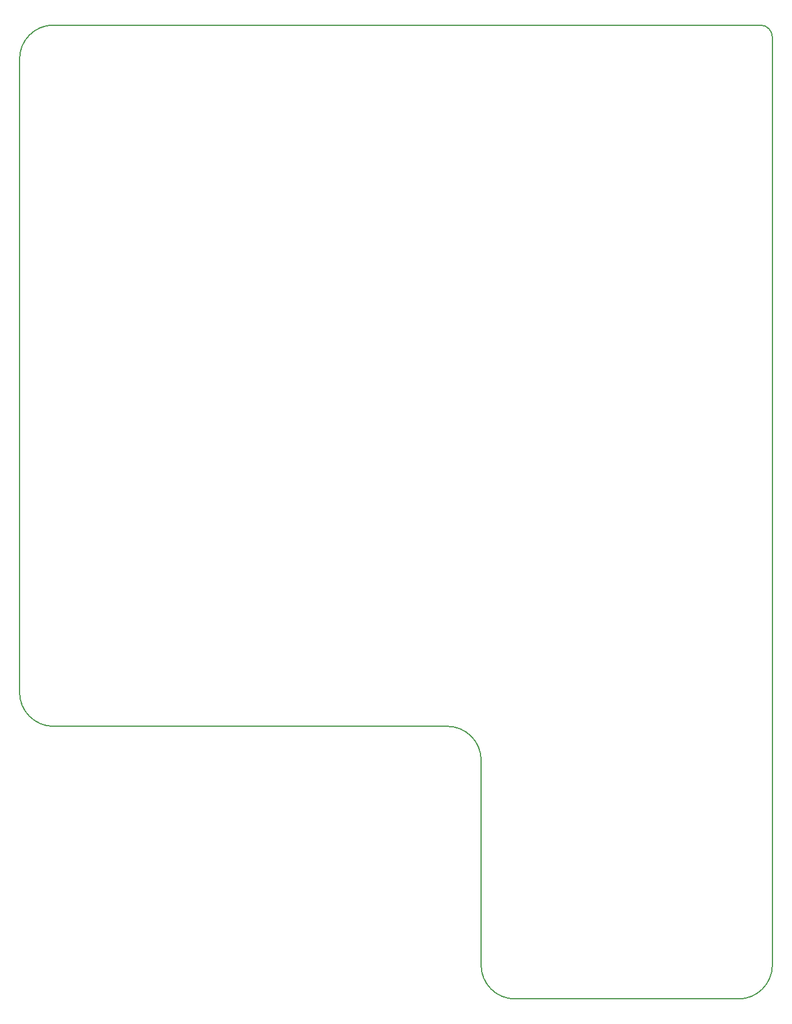
<source format=gbr>
%TF.GenerationSoftware,KiCad,Pcbnew,(6.0.0-0)*%
%TF.CreationDate,2022-04-14T20:44:02-04:00*%
%TF.ProjectId,SIL-CM4,53494c2d-434d-4342-9e6b-696361645f70,rev?*%
%TF.SameCoordinates,Original*%
%TF.FileFunction,Profile,NP*%
%FSLAX46Y46*%
G04 Gerber Fmt 4.6, Leading zero omitted, Abs format (unit mm)*
G04 Created by KiCad (PCBNEW (6.0.0-0)) date 2022-04-14 20:44:02*
%MOMM*%
%LPD*%
G01*
G04 APERTURE LIST*
%TA.AperFunction,Profile*%
%ADD10C,0.200000*%
%TD*%
G04 APERTURE END LIST*
D10*
X31200000Y-119200000D02*
X32300000Y-119200000D01*
X132100000Y-159350000D02*
G75*
G03*
X137100000Y-154350000I0J5000000D01*
G01*
X26200000Y-114200000D02*
X26200000Y-20940000D01*
X94200000Y-124200000D02*
G75*
G03*
X89200000Y-119200000I-5000000J0D01*
G01*
X137100000Y-114260000D02*
X137100000Y-113160000D01*
X94190001Y-154350000D02*
X94200000Y-124200000D01*
X137100000Y-81300001D02*
X137110000Y-17740000D01*
X31200000Y-15940000D02*
X135310000Y-15940000D01*
X32300000Y-119200000D02*
X33400000Y-119200000D01*
X137100000Y-113160000D02*
X137100000Y-112060000D01*
X137100000Y-112060000D02*
X137100000Y-81300001D01*
X33400000Y-119200000D02*
X66309999Y-119200000D01*
X137110000Y-17740000D02*
G75*
G03*
X135310000Y-15940000I-1800001J-1D01*
G01*
X31200000Y-15940000D02*
G75*
G03*
X26200000Y-20940000I0J-5000000D01*
G01*
X99190001Y-159350000D02*
X132100000Y-159350000D01*
X137100000Y-154350000D02*
X137100000Y-114260000D01*
X89200000Y-119200000D02*
X66309999Y-119200000D01*
X94190001Y-154350000D02*
G75*
G03*
X99190001Y-159350000I5000000J0D01*
G01*
X26200000Y-114200000D02*
G75*
G03*
X31200000Y-119200000I5000000J0D01*
G01*
M02*

</source>
